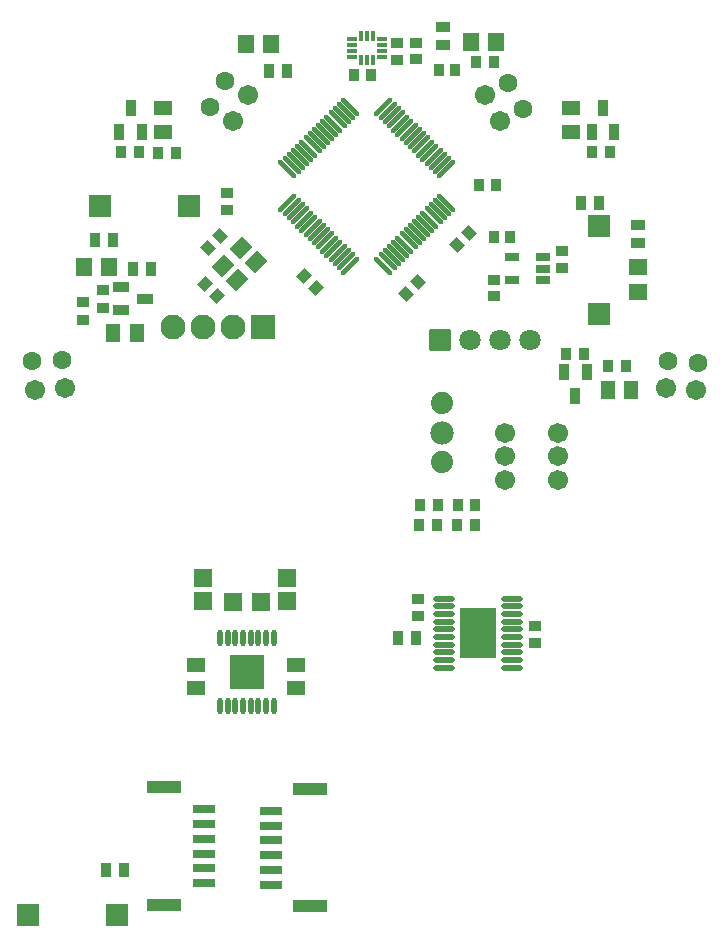
<source format=gts>
G04 Layer: TopSolderMaskLayer*
G04 EasyEDA v6.5.46, 2025-06-12 16:27:01*
G04 6984151e568f4603bee7606f082ae18e,f8d66010605f41bc84f108214e51d488,10*
G04 Gerber Generator version 0.2*
G04 Scale: 100 percent, Rotated: No, Reflected: No *
G04 Dimensions in millimeters *
G04 leading zeros omitted , absolute positions ,4 integer and 5 decimal *
%FSLAX45Y45*%
%MOMM*%

%AMMACRO1*4,1,8,-0.3961,-0.5508,-0.4258,-0.521,-0.4258,0.5211,-0.3961,0.5508,0.396,0.5508,0.4258,0.5211,0.4258,-0.521,0.396,-0.5508,-0.3961,-0.5508,0*%
%AMMACRO2*4,1,8,-0.9211,-0.9508,-0.9508,-0.921,-0.9508,0.9211,-0.9211,0.9508,0.921,0.9508,0.9508,0.9211,0.9508,-0.921,0.921,-0.9508,-0.9211,-0.9508,0*%
%AMMACRO3*4,1,8,-0.6713,-0.7506,-0.701,-0.7208,-0.701,0.7208,-0.6713,0.7506,0.6713,0.7506,0.701,0.7208,0.701,-0.7208,0.6713,-0.7506,-0.6713,-0.7506,0*%
%AMMACRO4*4,1,8,-0.7208,-0.701,-0.7506,-0.6713,-0.7506,0.6713,-0.7208,0.701,0.7208,0.701,0.7506,0.6713,0.7506,-0.6713,0.7208,-0.701,-0.7208,-0.701,0*%
%AMMACRO5*4,1,8,-0.5211,-0.4258,-0.5508,-0.396,-0.5508,0.3961,-0.5211,0.4258,0.521,0.4258,0.5508,0.3961,0.5508,-0.396,0.521,-0.4258,-0.5211,-0.4258,0*%
%AMMACRO6*4,1,8,-0.4531,-0.454,-0.4828,-0.4243,-0.4828,0.4243,-0.4531,0.454,0.453,0.454,0.4828,0.4243,0.4828,-0.4243,0.453,-0.454,-0.4531,-0.454,0*%
%AMMACRO7*4,1,8,-0.4243,-0.4828,-0.454,-0.453,-0.454,0.4531,-0.4243,0.4828,0.4243,0.4828,0.454,0.4531,0.454,-0.453,0.4243,-0.4828,-0.4243,-0.4828,0*%
%AMMACRO8*4,1,8,-0.8711,-0.9008,-0.9008,-0.871,-0.9008,0.8711,-0.8711,0.9008,0.871,0.9008,0.9008,0.8711,0.9008,-0.871,0.871,-0.9008,-0.8711,-0.9008,0*%
%AMMACRO9*4,1,8,-1.0211,-1.0508,-1.0508,-1.021,-1.0508,1.0211,-1.0211,1.0508,1.021,1.0508,1.0508,1.0211,1.0508,-1.021,1.021,-1.0508,-1.0211,-1.0508,0*%
%AMMACRO10*4,1,8,-0.0918,-0.97,-0.97,-0.0917,-0.97,-0.0497,0.0497,0.97,0.0917,0.97,0.97,0.0917,0.97,0.0497,-0.0497,-0.97,-0.0918,-0.97,0*%
%AMMACRO11*4,1,8,-0.0917,-0.97,-0.97,-0.0917,-0.97,-0.0497,0.0497,0.97,0.0917,0.97,0.97,0.0918,0.97,0.0497,-0.0497,-0.97,-0.0917,-0.97,0*%
%AMMACRO12*4,1,8,-0.0917,-0.97,-0.97,-0.0917,-0.97,-0.0497,0.0497,0.97,0.0918,0.97,0.97,0.0917,0.97,0.0497,-0.0497,-0.97,-0.0917,-0.97,0*%
%AMMACRO13*4,1,8,-0.0917,-0.97,-0.97,-0.0918,-0.97,-0.0497,0.0497,0.97,0.0917,0.97,0.97,0.0917,0.97,0.0497,-0.0497,-0.97,-0.0917,-0.97,0*%
%AMMACRO14*4,1,8,-0.4211,-0.5008,-0.4508,-0.471,-0.4508,0.4711,-0.4211,0.5008,0.421,0.5008,0.4508,0.4711,0.4508,-0.471,0.421,-0.5008,-0.4211,-0.5008,0*%
%AMMACRO15*4,1,8,0.0143,-0.6518,-0.6518,0.0143,-0.6518,0.0564,-0.0564,0.6518,-0.0143,0.6518,0.6518,-0.0143,0.6518,-0.0564,0.0564,-0.6518,0.0143,-0.6518,0*%
%AMMACRO16*4,1,8,-0.0564,-0.6518,-0.6518,-0.0564,-0.6518,-0.0143,0.0143,0.6518,0.0564,0.6518,0.6518,0.0564,0.6518,0.0143,-0.0143,-0.6518,-0.0564,-0.6518,0*%
%AMMACRO17*4,1,8,-0.4711,-0.4508,-0.5008,-0.421,-0.5008,0.4211,-0.4711,0.4508,0.471,0.4508,0.5008,0.4211,0.5008,-0.421,0.471,-0.4508,-0.4711,-0.4508,0*%
%AMMACRO18*4,1,8,-1.4207,-0.55,-1.45,-0.5207,-1.45,0.5207,-1.4207,0.55,1.4207,0.55,1.45,0.5207,1.45,-0.5207,1.4207,-0.55,-1.4207,-0.55,0*%
%AMMACRO19*4,1,8,-0.8707,-0.35,-0.9,-0.3207,-0.9,0.3207,-0.8707,0.35,0.8707,0.35,0.9,0.3207,0.9,-0.3207,0.8707,-0.35,-0.8707,-0.35,0*%
%AMMACRO20*1,1,$1,$2,$3*1,1,$1,$4,$5*20,1,$1,$2,$3,$4,$5,0*%
%AMMACRO21*4,1,8,-1.5211,-2.1508,-1.5508,-2.121,-1.5508,2.1211,-1.5211,2.1508,1.521,2.1508,1.5508,2.1211,1.5508,-2.121,1.521,-2.1508,-1.5211,-2.1508,0*%
%AMMACRO22*4,1,8,-0.5711,-0.3508,-0.6008,-0.321,-0.6008,0.3211,-0.5711,0.3508,0.571,0.3508,0.6008,0.3211,0.6008,-0.321,0.571,-0.3508,-0.5711,-0.3508,0*%
%AMMACRO23*4,1,8,-0.3585,-0.1908,-0.3883,-0.161,-0.3883,0.1611,-0.3585,0.1908,0.3585,0.1908,0.3883,0.1611,0.3883,-0.161,0.3585,-0.1908,-0.3585,-0.1908,0*%
%AMMACRO24*4,1,8,0.161,-0.3883,-0.1611,-0.3882,-0.1908,-0.3585,-0.1908,0.3585,-0.1611,0.3883,0.161,0.3883,0.1908,0.3585,0.1908,-0.3585,0.161,-0.3883,0*%
%AMMACRO25*4,1,8,-0.1611,-0.3883,-0.1908,-0.3585,-0.1908,0.3585,-0.161,0.3883,0.1611,0.3883,0.1908,0.3585,0.1908,-0.3585,0.1611,-0.3882,-0.1611,-0.3883,0*%
%AMMACRO26*4,1,8,-0.1611,-0.3883,-0.1908,-0.3585,-0.1908,0.3585,-0.1611,0.3883,0.161,0.3883,0.1908,0.3585,0.1908,-0.3585,0.161,-0.3882,-0.1611,-0.3883,0*%
%AMMACRO27*4,1,8,-0.1611,-0.3883,-0.1908,-0.3585,-0.1908,0.3585,-0.1611,0.3883,0.161,0.3883,0.1908,0.3585,0.1908,-0.3585,0.161,-0.3883,-0.1611,-0.3883,0*%
%AMMACRO28*4,1,8,-0.161,-0.3883,-0.1908,-0.3585,-0.1908,0.3585,-0.1611,0.3883,0.1611,0.3883,0.1908,0.3585,0.1908,-0.3585,0.1611,-0.3883,-0.161,-0.3883,0*%
%AMMACRO29*4,1,8,-0.6961,-0.7558,-0.7258,-0.726,-0.7258,0.7261,-0.6961,0.7558,0.696,0.7558,0.7258,0.7261,0.7258,-0.726,0.696,-0.7558,-0.6961,-0.7558,0*%
%AMMACRO30*4,1,8,-0.7711,-0.7303,-0.8008,-0.7005,-0.8008,0.7005,-0.7711,0.7303,0.771,0.7303,0.8008,0.7005,0.8008,-0.7005,0.771,-0.7303,-0.7711,-0.7303,0*%
%AMMACRO31*4,1,8,-0.5873,-0.7393,-0.6171,-0.7095,-0.6171,0.7095,-0.5873,0.7393,0.5873,0.7393,0.6171,0.7095,0.6171,-0.7095,0.5873,-0.7393,-0.5873,-0.7393,0*%
%AMMACRO32*4,1,8,-0.7095,-0.6171,-0.7393,-0.5873,-0.7393,0.5873,-0.7095,0.6171,0.7095,0.6171,0.7393,0.5873,0.7393,-0.5873,0.7095,-0.6171,-0.7095,-0.6171,0*%
%AMMACRO33*4,1,8,-0.646,-0.4008,-0.6758,-0.371,-0.6758,0.3711,-0.646,0.4008,0.646,0.4008,0.6758,0.3711,0.6758,-0.371,0.646,-0.4008,-0.646,-0.4008,0*%
%AMMACRO34*4,1,8,-0.3711,-0.6758,-0.4008,-0.646,-0.4008,0.646,-0.3711,0.6758,0.371,0.6758,0.4008,0.646,0.4008,-0.646,0.371,-0.6758,-0.3711,-0.6758,0*%
%AMMACRO35*4,1,8,-1.3911,-1.4208,-1.4208,-1.391,-1.4208,1.3911,-1.3911,1.4208,1.391,1.4208,1.4208,1.3911,1.4208,-1.391,1.391,-1.4208,-1.3911,-1.4208,0*%
%ADD10MACRO1*%
%ADD11MACRO2*%
%ADD12C,1.7016*%
%ADD13MACRO3*%
%ADD14MACRO4*%
%ADD15MACRO5*%
%ADD16MACRO6*%
%ADD17MACRO7*%
%ADD18MACRO8*%
%ADD19C,1.8016*%
%ADD20MACRO9*%
%ADD21C,2.1016*%
%ADD22MACRO10*%
%ADD23MACRO11*%
%ADD24MACRO12*%
%ADD25MACRO13*%
%ADD26MACRO14*%
%ADD27MACRO15*%
%ADD28MACRO16*%
%ADD29MACRO17*%
%ADD30MACRO18*%
%ADD31MACRO19*%
%ADD32MACRO20,0.4016X-0.601X0.601X0.601X-0.601*%
%ADD33MACRO20,0.4016X-0.601X-0.601X0.601X0.601*%
%ADD34O,1.848104X0.4446016*%
%ADD35MACRO21*%
%ADD36MACRO22*%
%ADD37MACRO23*%
%ADD38MACRO24*%
%ADD39MACRO25*%
%ADD40MACRO26*%
%ADD41MACRO27*%
%ADD42MACRO28*%
%ADD43C,1.7031*%
%ADD44MACRO29*%
%ADD45MACRO30*%
%ADD46MACRO31*%
%ADD47MACRO32*%
%ADD48MACRO33*%
%ADD49MACRO34*%
%ADD50C,1.6015*%
%ADD51O,0.451612X1.4015974000000002*%
%ADD52MACRO35*%
%ADD53C,1.9812*%
%ADD54C,1.8796*%
%ADD55C,0.0121*%

%LPD*%
D10*
G01*
X417898Y2616197D03*
G01*
X267898Y2616197D03*
D11*
G01*
X-2114199Y266700D03*
G01*
X-2864200Y266700D03*
G01*
X1968500Y5352699D03*
G01*
X1968500Y6102700D03*
D12*
G01*
X1172108Y3952951D03*
G01*
X1172108Y4152950D03*
G01*
X1172108Y4352950D03*
G01*
X1622094Y4352950D03*
G01*
X1622094Y4152950D03*
G01*
X1622094Y3952951D03*
D13*
G01*
X-2180843Y5752972D03*
G01*
X-2390901Y5752972D03*
G01*
X-1019301Y7645272D03*
G01*
X-809243Y7645272D03*
G01*
X885698Y7657972D03*
G01*
X1095756Y7657972D03*
D14*
G01*
X2298827Y5756401D03*
G01*
X2298827Y5546343D03*
D10*
G01*
X-2055045Y649983D03*
G01*
X-2205045Y649983D03*
G01*
X-1979998Y5740402D03*
G01*
X-1829998Y5740402D03*
G01*
X-824298Y7416802D03*
G01*
X-674298Y7416802D03*
D15*
G01*
X647702Y7783898D03*
G01*
X647702Y7633898D03*
G01*
X2298697Y5957501D03*
G01*
X2298697Y6107501D03*
D16*
G01*
X-1180084Y6385192D03*
G01*
X-1180084Y6234543D03*
D17*
G01*
X913524Y3568700D03*
G01*
X762875Y3568700D03*
G01*
X919874Y3737356D03*
G01*
X769225Y3737356D03*
G01*
X596024Y3568700D03*
G01*
X445375Y3568700D03*
G01*
X602374Y3737356D03*
G01*
X451725Y3737356D03*
D18*
G01*
X618997Y5139989D03*
D19*
G01*
X872997Y5139994D03*
G01*
X1126997Y5139994D03*
G01*
X1380997Y5139994D03*
D20*
G01*
X-879995Y5249986D03*
D21*
G01*
X-1134008Y5249976D03*
G01*
X-1388008Y5249976D03*
G01*
X-1642008Y5249976D03*
D22*
G01*
X-1097186Y5640623D03*
D23*
G01*
X-941623Y5796186D03*
D24*
G01*
X-1061834Y5916396D03*
D25*
G01*
X-1217396Y5760834D03*
D26*
G01*
X609998Y7419985D03*
G01*
X749998Y7419985D03*
D27*
G01*
X763301Y5944904D03*
G01*
X862295Y6043898D03*
G01*
X-1344898Y5919504D03*
G01*
X-1245904Y6018498D03*
D28*
G01*
X-1370298Y5612098D03*
G01*
X-1271304Y5513104D03*
D27*
G01*
X430495Y5624798D03*
G01*
X331501Y5525804D03*
D26*
G01*
X949998Y6449987D03*
G01*
X1089997Y6449987D03*
D28*
G01*
X-433104Y5576604D03*
G01*
X-532098Y5675598D03*
D29*
G01*
X1422400Y2571600D03*
G01*
X1422400Y2711599D03*
G01*
X431800Y2940199D03*
G01*
X431800Y2800200D03*
G01*
X1651000Y5746600D03*
G01*
X1651000Y5886599D03*
D26*
G01*
X1073000Y6007100D03*
G01*
X1212999Y6007100D03*
D29*
G01*
X1079500Y5505300D03*
G01*
X1079500Y5645299D03*
G01*
X419100Y7511900D03*
G01*
X419100Y7651899D03*
G01*
X259999Y7509984D03*
G01*
X259999Y7649984D03*
D26*
G01*
X-108099Y7378700D03*
G01*
X31899Y7378700D03*
D11*
G01*
X-2254600Y6273800D03*
G01*
X-1504599Y6273800D03*
D30*
G01*
X-1716896Y353401D03*
D31*
G01*
X-1381892Y1163400D03*
G01*
X-1381892Y1038398D03*
G01*
X-1381892Y913400D03*
G01*
X-1381892Y788399D03*
G01*
X-1381892Y663401D03*
G01*
X-1381892Y538399D03*
D30*
G01*
X-1716896Y1348400D03*
G01*
X-480200Y1335695D03*
D31*
G01*
X-815205Y525697D03*
G01*
X-815205Y650698D03*
G01*
X-815205Y775696D03*
G01*
X-815205Y900697D03*
G01*
X-815205Y1025696D03*
G01*
X-815205Y1150697D03*
D30*
G01*
X-480200Y340696D03*
D32*
G01*
X-671728Y6580301D03*
G01*
X-636371Y6615658D03*
G01*
X-601040Y6651015D03*
G01*
X-565657Y6686372D03*
G01*
X-530326Y6721728D03*
G01*
X-494944Y6757085D03*
G01*
X-459613Y6792442D03*
G01*
X-424256Y6827799D03*
G01*
X-388899Y6863156D03*
G01*
X-353542Y6898513D03*
G01*
X-318185Y6933844D03*
G01*
X-282828Y6969226D03*
G01*
X-247472Y7004558D03*
G01*
X-212115Y7039940D03*
G01*
X-176758Y7075271D03*
G01*
X-141401Y7110628D03*
D33*
G01*
X141401Y7110628D03*
G01*
X176758Y7075271D03*
G01*
X212115Y7039940D03*
G01*
X247472Y7004558D03*
G01*
X282828Y6969226D03*
G01*
X318185Y6933844D03*
G01*
X353542Y6898513D03*
G01*
X388899Y6863156D03*
G01*
X424256Y6827799D03*
G01*
X459613Y6792442D03*
G01*
X494944Y6757085D03*
G01*
X530326Y6721728D03*
G01*
X565657Y6686372D03*
G01*
X601040Y6651015D03*
G01*
X636371Y6615658D03*
G01*
X671753Y6580301D03*
D32*
G01*
X671753Y6297498D03*
G01*
X636371Y6262141D03*
G01*
X601040Y6226784D03*
G01*
X565657Y6191427D03*
G01*
X530326Y6156071D03*
G01*
X494944Y6120714D03*
G01*
X459613Y6085357D03*
G01*
X424256Y6050000D03*
G01*
X388899Y6014643D03*
G01*
X353542Y5979287D03*
G01*
X318185Y5943955D03*
G01*
X282828Y5908573D03*
G01*
X247472Y5873242D03*
G01*
X212115Y5837859D03*
G01*
X176758Y5802528D03*
G01*
X141401Y5767146D03*
D33*
G01*
X-141401Y5767146D03*
G01*
X-176758Y5802528D03*
G01*
X-212115Y5837859D03*
G01*
X-247472Y5873242D03*
G01*
X-282828Y5908573D03*
G01*
X-318185Y5943955D03*
G01*
X-353542Y5979287D03*
G01*
X-388899Y6014643D03*
G01*
X-424256Y6050000D03*
G01*
X-459613Y6085357D03*
G01*
X-494944Y6120714D03*
G01*
X-530326Y6156071D03*
G01*
X-565657Y6191427D03*
G01*
X-601040Y6226784D03*
G01*
X-636371Y6262141D03*
G01*
X-671728Y6297498D03*
D34*
G01*
X1227124Y2361793D03*
G01*
X1227124Y2426792D03*
G01*
X1227124Y2491790D03*
G01*
X1227124Y2556789D03*
G01*
X1227124Y2621813D03*
G01*
X1227124Y2686812D03*
G01*
X1227124Y2751810D03*
G01*
X1227124Y2816809D03*
G01*
X1227124Y2881807D03*
G01*
X1227124Y2946806D03*
G01*
X652475Y2361793D03*
G01*
X652475Y2426792D03*
G01*
X652475Y2491790D03*
G01*
X652475Y2556789D03*
G01*
X652475Y2621813D03*
G01*
X652475Y2686812D03*
G01*
X652475Y2751810D03*
G01*
X652475Y2816809D03*
G01*
X652475Y2881807D03*
G01*
X652475Y2946806D03*
D35*
G01*
X939800Y2654300D03*
D36*
G01*
X1228888Y5645404D03*
G01*
X1228888Y5835396D03*
G01*
X1488911Y5835396D03*
G01*
X1488911Y5740400D03*
G01*
X1488911Y5645404D03*
D37*
G01*
X-126212Y7682306D03*
G01*
X-126212Y7632293D03*
G01*
X-126212Y7582306D03*
G01*
X-126212Y7532293D03*
D38*
G01*
X-49999Y7506045D03*
D39*
G01*
X-15Y7506045D03*
D40*
G01*
X49999Y7506045D03*
D37*
G01*
X126187Y7532293D03*
G01*
X126187Y7582306D03*
G01*
X126187Y7632293D03*
G01*
X126187Y7682306D03*
D41*
G01*
X49999Y7708555D03*
D42*
G01*
X-15Y7708555D03*
D41*
G01*
X-49999Y7708555D03*
D43*
G01*
X-1002512Y7214641D03*
G01*
X-1129512Y6994677D03*
D44*
G01*
X-673100Y2922597D03*
G01*
X-673100Y3122602D03*
D45*
G01*
X-896000Y2921000D03*
G01*
X-1135998Y2921000D03*
D44*
G01*
X-1384300Y2922597D03*
G01*
X-1384300Y3122602D03*
D46*
G01*
X-2144704Y5194300D03*
G01*
X-1944695Y5194300D03*
D47*
G01*
X-1727200Y6897695D03*
G01*
X-1727200Y7097704D03*
G01*
X1727200Y6897695D03*
G01*
X1727200Y7097704D03*
D46*
G01*
X2240000Y4709990D03*
G01*
X2039990Y4709990D03*
D16*
G01*
X-2235200Y5561724D03*
G01*
X-2235200Y5411075D03*
D17*
G01*
X-2081924Y6731000D03*
G01*
X-1931275Y6731000D03*
G01*
X1905875Y6731000D03*
G01*
X2056524Y6731000D03*
G01*
X1840624Y5016500D03*
G01*
X1689975Y5016500D03*
D16*
G01*
X-2400300Y5309475D03*
G01*
X-2400300Y5460124D03*
D17*
G01*
X-1613775Y6718300D03*
G01*
X-1764424Y6718300D03*
G01*
X1075322Y7489985D03*
G01*
X924673Y7489985D03*
G01*
X2196224Y4914900D03*
G01*
X2045575Y4914900D03*
D47*
G01*
X-1447800Y2185995D03*
G01*
X-1447800Y2386004D03*
G01*
X-596900Y2185995D03*
G01*
X-596900Y2386004D03*
D43*
G01*
X-2557221Y4729606D03*
G01*
X-2810865Y4716322D03*
G01*
X1125601Y6988124D03*
G01*
X998601Y7208088D03*
G01*
X2789910Y4714798D03*
G01*
X2536266Y4728108D03*
D48*
G01*
X-2081199Y5581396D03*
G01*
X-2081199Y5391405D03*
G01*
X-1881200Y5486401D03*
D49*
G01*
X-2094992Y6899986D03*
G01*
X-1905001Y6899986D03*
G01*
X-1999997Y7099985D03*
G01*
X1905000Y6899986D03*
G01*
X2094990Y6899986D03*
G01*
X1999994Y7099985D03*
D50*
G01*
X-2577998Y4969713D03*
G01*
X-2831668Y4956403D03*
G01*
X-1198473Y7327264D03*
G01*
X-1325473Y7107301D03*
G01*
X1325422Y7090613D03*
G01*
X1198422Y7310602D03*
G01*
X2805811Y4943119D03*
G01*
X2552166Y4956429D03*
D51*
G01*
X-1243507Y2039086D03*
G01*
X-1178509Y2039086D03*
G01*
X-1113510Y2039086D03*
G01*
X-1048486Y2039086D03*
G01*
X-983487Y2039086D03*
G01*
X-918489Y2039086D03*
G01*
X-853490Y2039086D03*
G01*
X-788492Y2039086D03*
G01*
X-1243507Y2609087D03*
G01*
X-1178509Y2609087D03*
G01*
X-1113510Y2609087D03*
G01*
X-1048486Y2609087D03*
G01*
X-983487Y2609087D03*
G01*
X-918489Y2609087D03*
G01*
X-853490Y2609087D03*
G01*
X-788492Y2609087D03*
D52*
G01*
X-1016000Y2324100D03*
D10*
G01*
X1967298Y6299197D03*
G01*
X1817298Y6299197D03*
G01*
X-2147501Y5981697D03*
G01*
X-2297501Y5981697D03*
D53*
G01*
X637209Y4352315D03*
D54*
G01*
X637209Y4606315D03*
G01*
X637006Y4101464D03*
D49*
G01*
X1860296Y4862499D03*
G01*
X1670305Y4862499D03*
G01*
X1765301Y4662500D03*
M02*

</source>
